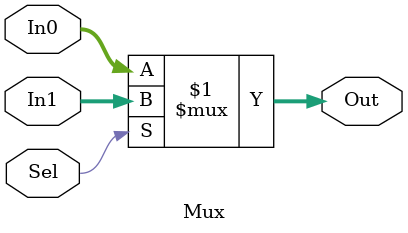
<source format=v>
module Mux(In0,In1,Sel,Out);

parameter WIDTH_MUX_IN0 = 18;
parameter WIDTH_MUX_IN1 = 18;
parameter WIDTH_MUX_OUT = 18;

input [WIDTH_MUX_IN0-1:0] In0;
input [WIDTH_MUX_IN1-1:0] In1;
input Sel;

output [WIDTH_MUX_OUT-1:0] Out;

assign Out = (Sel)? In1 : In0;

endmodule
</source>
